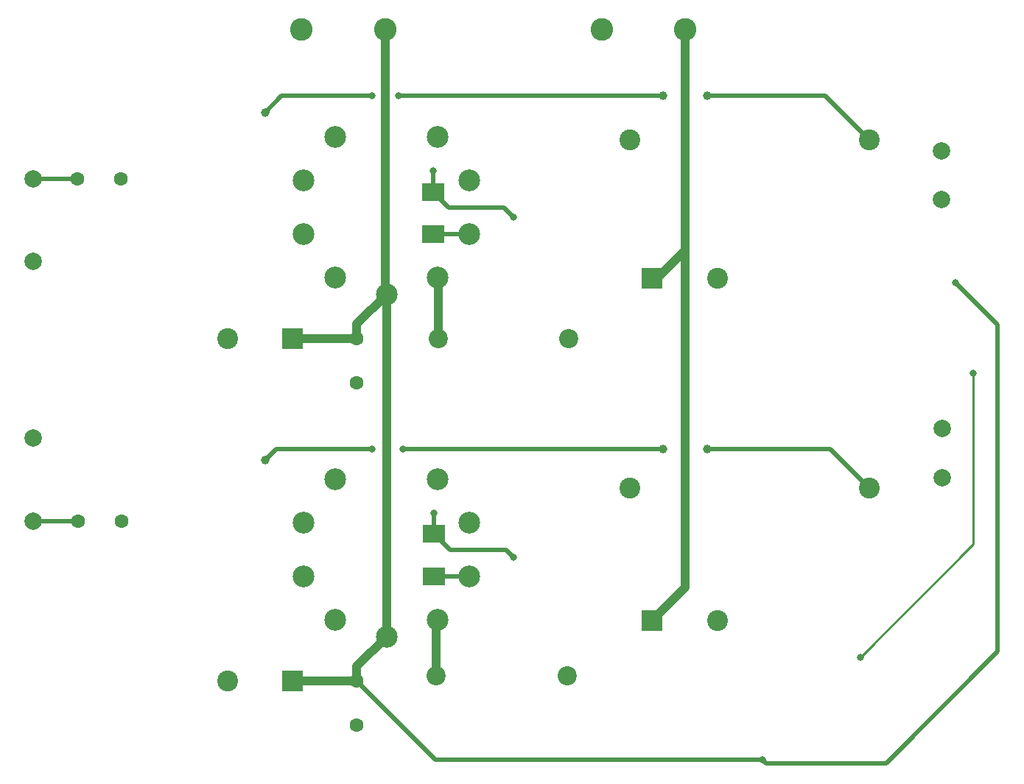
<source format=gbr>
G04 #@! TF.GenerationSoftware,KiCad,Pcbnew,(5.1.9-0-10_14)*
G04 #@! TF.CreationDate,2021-04-19T16:59:25+02:00*
G04 #@! TF.ProjectId,pre-amp-ecc88,7072652d-616d-4702-9d65-636338382e6b,rev?*
G04 #@! TF.SameCoordinates,Original*
G04 #@! TF.FileFunction,Copper,L2,Bot*
G04 #@! TF.FilePolarity,Positive*
%FSLAX46Y46*%
G04 Gerber Fmt 4.6, Leading zero omitted, Abs format (unit mm)*
G04 Created by KiCad (PCBNEW (5.1.9-0-10_14)) date 2021-04-19 16:59:25*
%MOMM*%
%LPD*%
G01*
G04 APERTURE LIST*
G04 #@! TA.AperFunction,ComponentPad*
%ADD10C,2.499360*%
G04 #@! TD*
G04 #@! TA.AperFunction,SMDPad,CuDef*
%ADD11R,2.600000X2.100000*%
G04 #@! TD*
G04 #@! TA.AperFunction,ComponentPad*
%ADD12C,2.400000*%
G04 #@! TD*
G04 #@! TA.AperFunction,ComponentPad*
%ADD13R,2.400000X2.400000*%
G04 #@! TD*
G04 #@! TA.AperFunction,ComponentPad*
%ADD14C,1.600000*%
G04 #@! TD*
G04 #@! TA.AperFunction,ComponentPad*
%ADD15C,2.000000*%
G04 #@! TD*
G04 #@! TA.AperFunction,ComponentPad*
%ADD16C,2.600000*%
G04 #@! TD*
G04 #@! TA.AperFunction,ComponentPad*
%ADD17C,2.200000*%
G04 #@! TD*
G04 #@! TA.AperFunction,ViaPad*
%ADD18C,1.000000*%
G04 #@! TD*
G04 #@! TA.AperFunction,ViaPad*
%ADD19C,0.800000*%
G04 #@! TD*
G04 #@! TA.AperFunction,Conductor*
%ADD20C,0.500000*%
G04 #@! TD*
G04 #@! TA.AperFunction,Conductor*
%ADD21C,1.000000*%
G04 #@! TD*
G04 #@! TA.AperFunction,Conductor*
%ADD22C,0.250000*%
G04 #@! TD*
G04 APERTURE END LIST*
D10*
X78562200Y-88519000D03*
X74930000Y-93522800D03*
X74930000Y-99695000D03*
X78562200Y-104698800D03*
X84439760Y-106608880D03*
X90317320Y-104698800D03*
X93949520Y-99695000D03*
X93949520Y-93522800D03*
X90317320Y-88519000D03*
X78562200Y-127889000D03*
X74930000Y-132892800D03*
X74930000Y-139065000D03*
X78562200Y-144068800D03*
X84439760Y-145978880D03*
X90317320Y-144068800D03*
X93949520Y-139065000D03*
X93949520Y-132892800D03*
X90317320Y-127889000D03*
D11*
X89789000Y-99732000D03*
X89789000Y-94832000D03*
X89916000Y-139065000D03*
X89916000Y-134165000D03*
D12*
X112395000Y-88900000D03*
X139895000Y-88900000D03*
X112395000Y-128905000D03*
X139895000Y-128905000D03*
X66160000Y-111760000D03*
D13*
X73660000Y-111760000D03*
D14*
X81026000Y-116760000D03*
X81026000Y-111760000D03*
D12*
X66160000Y-151130000D03*
D13*
X73660000Y-151130000D03*
D14*
X81026000Y-156130000D03*
X81026000Y-151130000D03*
D15*
X148209000Y-90106500D03*
X148209000Y-95758000D03*
D16*
X74676000Y-76200000D03*
X84328000Y-76200000D03*
D15*
X43815000Y-102870000D03*
X43815000Y-93345000D03*
D12*
X122435000Y-104775000D03*
D13*
X114935000Y-104775000D03*
D17*
X105410000Y-111760000D03*
X90410000Y-111760000D03*
D14*
X48895000Y-93345000D03*
X53895000Y-93345000D03*
D15*
X148272500Y-127698500D03*
X148272500Y-122047000D03*
D16*
X109220000Y-76200000D03*
X118745000Y-76200000D03*
D15*
X43815000Y-123190000D03*
X43815000Y-132715000D03*
D12*
X122435000Y-144145000D03*
D13*
X114935000Y-144145000D03*
D17*
X105170000Y-150495000D03*
X90170000Y-150495000D03*
D14*
X48975000Y-132715000D03*
X53975000Y-132715000D03*
D18*
X121285000Y-124460000D03*
X116205000Y-124460000D03*
X70485000Y-125730000D03*
D19*
X82804000Y-124460000D03*
X86360000Y-124460000D03*
X127635000Y-160147000D03*
X149860000Y-105283000D03*
D18*
X121285000Y-83820000D03*
X116205000Y-83820000D03*
X70485000Y-85725000D03*
D19*
X82804000Y-83820000D03*
X85852000Y-83820000D03*
X99060000Y-136906000D03*
X89916000Y-131826000D03*
X99060000Y-97790000D03*
X89789000Y-92456000D03*
X138906000Y-148368000D03*
X151892000Y-115697000D03*
D20*
X43815000Y-132715000D02*
X48975000Y-132715000D01*
D21*
X118745000Y-140335000D02*
X114935000Y-144145000D01*
X115570000Y-104775000D02*
X118745000Y-101600000D01*
X118745000Y-101600000D02*
X118745000Y-140335000D01*
X114935000Y-104775000D02*
X115570000Y-104775000D01*
X118745000Y-101600000D02*
X118745000Y-76200000D01*
X90410000Y-104791480D02*
X90317320Y-104698800D01*
X90410000Y-111760000D02*
X90410000Y-104791480D01*
X90170000Y-144216120D02*
X90317320Y-144068800D01*
X90170000Y-150495000D02*
X90170000Y-144216120D01*
D20*
X116205000Y-124460000D02*
X90170000Y-124460000D01*
X71755000Y-124460000D02*
X70485000Y-125730000D01*
X71755000Y-124460000D02*
X82804000Y-124460000D01*
X86360000Y-124460000D02*
X90170000Y-124460000D01*
X135450000Y-124460000D02*
X139895000Y-128905000D01*
X121285000Y-124460000D02*
X135450000Y-124460000D01*
D21*
X84455000Y-106624120D02*
X84439760Y-106608880D01*
X84455000Y-145994120D02*
X84439760Y-145978880D01*
X84328000Y-106497120D02*
X84439760Y-106608880D01*
X84328000Y-76200000D02*
X84328000Y-106497120D01*
X84439760Y-106608880D02*
X84439760Y-145978880D01*
X81026000Y-110022640D02*
X84439760Y-106608880D01*
X81026000Y-111760000D02*
X81026000Y-110022640D01*
X81026000Y-111760000D02*
X73660000Y-111760000D01*
X84439760Y-145978880D02*
X81026000Y-149392640D01*
X81026000Y-149392640D02*
X81026000Y-151130000D01*
X73660000Y-151130000D02*
X81026000Y-151130000D01*
D20*
X90043000Y-160147000D02*
X127635000Y-160147000D01*
X81026000Y-151130000D02*
X90043000Y-160147000D01*
X128034999Y-160546999D02*
X141840001Y-160546999D01*
X127635000Y-160147000D02*
X128034999Y-160546999D01*
X141840001Y-160546999D02*
X154686000Y-147701000D01*
X154686000Y-110109000D02*
X149860000Y-105283000D01*
X154686000Y-147701000D02*
X154686000Y-110109000D01*
X43815000Y-93345000D02*
X48895000Y-93345000D01*
X139895000Y-88900000D02*
X134815000Y-83820000D01*
X134815000Y-83820000D02*
X121285000Y-83820000D01*
X116205000Y-83820000D02*
X90170000Y-83820000D01*
X72390000Y-83820000D02*
X70485000Y-85725000D01*
X72390000Y-83820000D02*
X82804000Y-83820000D01*
X85852000Y-83820000D02*
X90170000Y-83820000D01*
X139954000Y-88959000D02*
X139895000Y-88900000D01*
X89916000Y-134165000D02*
X91768000Y-136017000D01*
X98171000Y-136017000D02*
X99060000Y-136906000D01*
X91768000Y-136017000D02*
X98171000Y-136017000D01*
X89916000Y-131826000D02*
X89916000Y-134165000D01*
X89789000Y-94832000D02*
X91604000Y-96647000D01*
X97917000Y-96647000D02*
X99060000Y-97790000D01*
X91604000Y-96647000D02*
X97917000Y-96647000D01*
X89789000Y-92456000D02*
X89789000Y-94832000D01*
X89916000Y-139065000D02*
X93949520Y-139065000D01*
X93912520Y-99732000D02*
X93949520Y-99695000D01*
X89789000Y-99732000D02*
X93912520Y-99732000D01*
D22*
X151892000Y-135382000D02*
X138906000Y-148368000D01*
X151892000Y-115697000D02*
X151892000Y-135382000D01*
M02*

</source>
